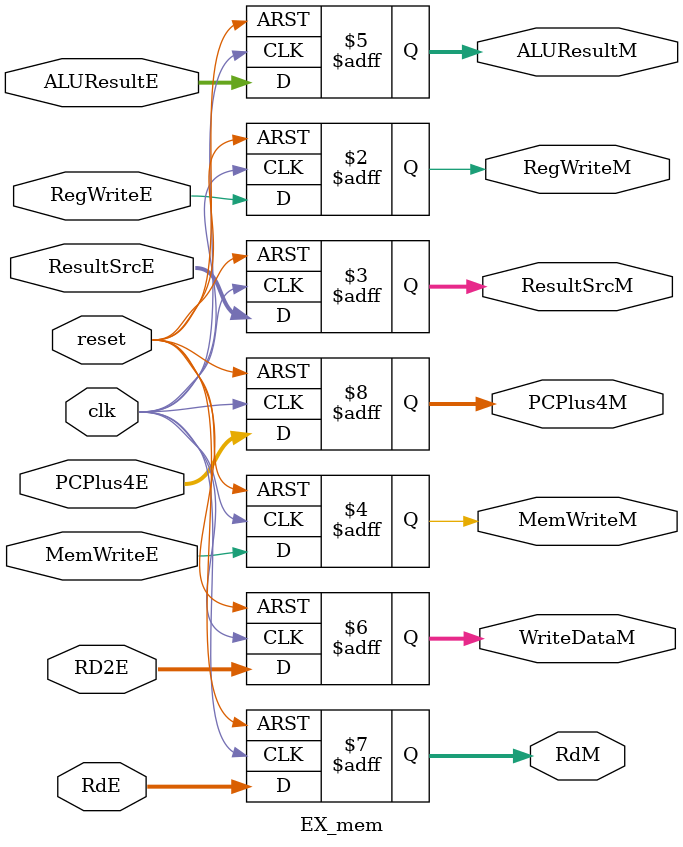
<source format=sv>
`timescale 1ns / 1ps


module EX_mem(
    input logic clk, reset,
    input logic RegWriteE,
    input logic [1:0] ResultSrcE,
    input logic MemWriteE,
    input logic [31:0]ALUResultE,
    input logic [31:0]RD2E,
    input logic [4:0]RdE,
    input logic [31:0] PCPlus4E,
    
    output logic RegWriteM,
    output logic [1:0] ResultSrcM,
    output logic MemWriteM,
    output logic [31:0]ALUResultM,
    output logic [31:0] WriteDataM,
    output logic [4:0] RdM,
    output logic [31:0] PCPlus4M
    
    );
    
always_ff @(posedge clk, posedge reset)
    
    if(reset)begin
    RegWriteM <= 0;
    ResultSrcM <= 0;
    MemWriteM <= 0;
    ALUResultM <= 0;
    WriteDataM <= 0;
    RdM <= 0;
    PCPlus4M <= 0;
    end
    
    else begin
    RegWriteM <= RegWriteE;
    ResultSrcM <= ResultSrcE;
    MemWriteM <= MemWriteE;
    ALUResultM <= ALUResultE;
    WriteDataM <= RD2E;
    RdM <=RdE;
    PCPlus4M <= PCPlus4E;
    end
endmodule

</source>
